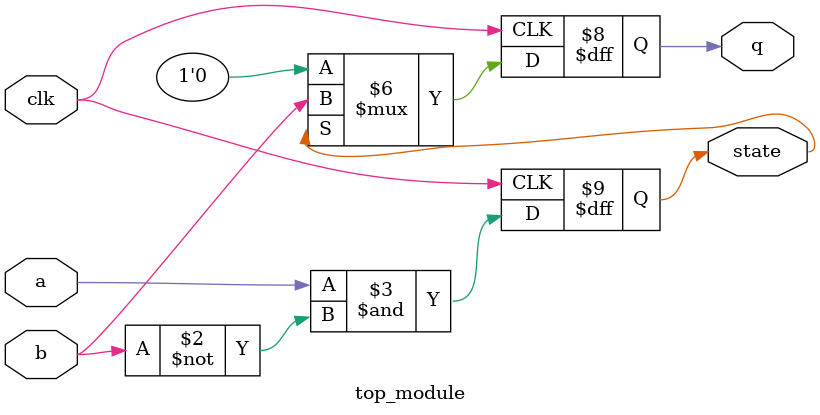
<source format=sv>
module top_module (
	input clk,
	input a,
	input b,
	output q,
	output state
);

reg q, state;

always @(posedge clk) begin
    state <= a & ~b;
end

always @(posedge clk) begin
    if (state) begin
        q <= b;
    end
    else begin
        q <= 0;
    end
end

endmodule

</source>
